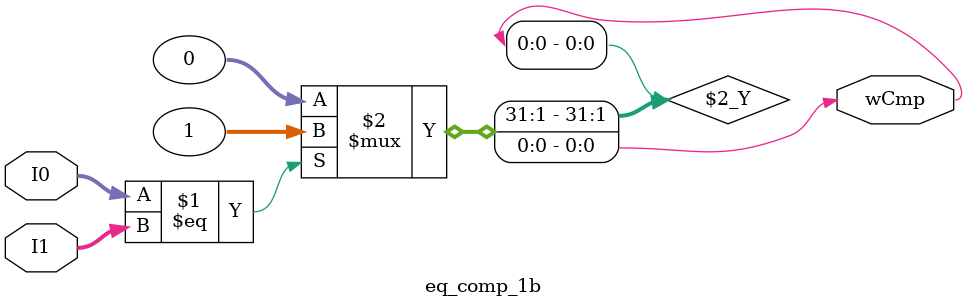
<source format=v>
`timescale 1ns / 1ps

module eq_comp_1b #(
        parameter LIM = 1,
        parameter N = $clog2(LIM)
     
    )
    (
        input  wire [N-1:0] I0, I1,
        output wire wCmp
    );
    
    assign wCmp = (I0==I1) ? 1 : 0;
    
endmodule

</source>
